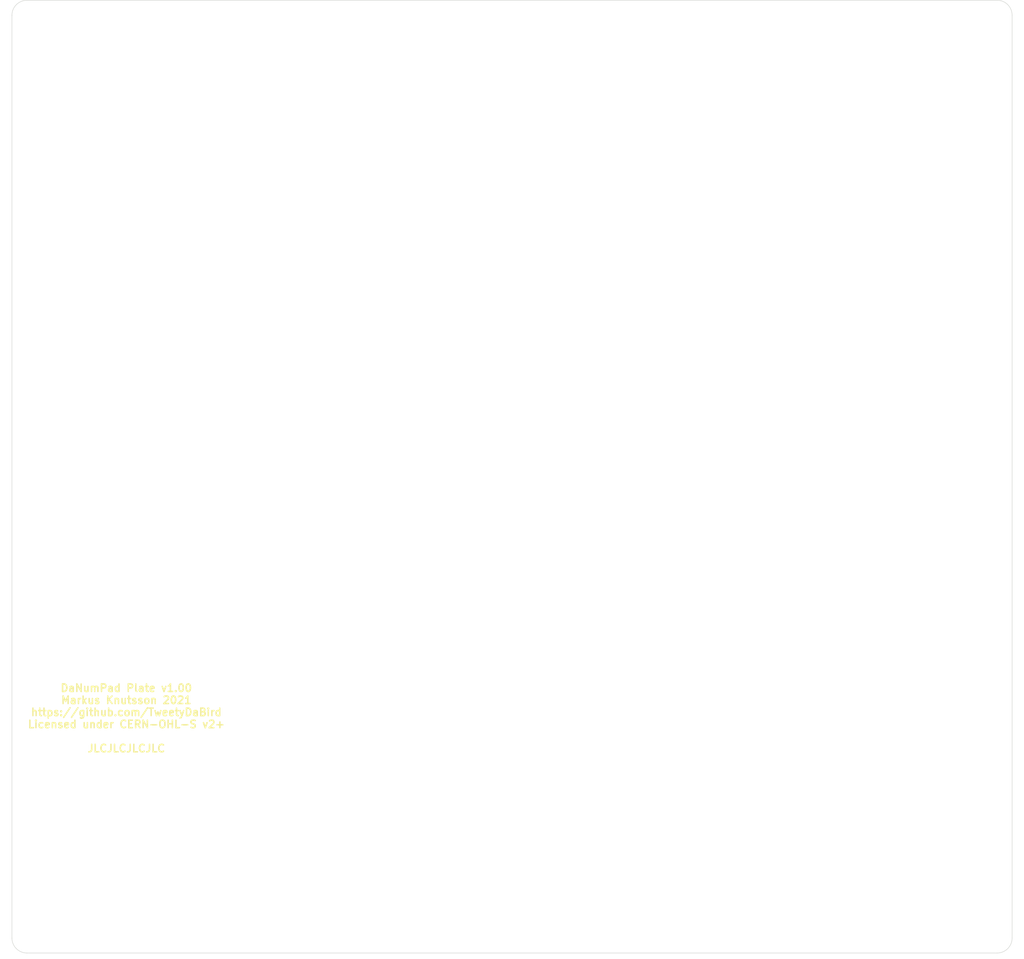
<source format=kicad_pcb>
(kicad_pcb (version 20171130) (host pcbnew "(5.1.9)-1")

  (general
    (thickness 1.6)
    (drawings 9)
    (tracks 0)
    (zones 0)
    (modules 4)
    (nets 1)
  )

  (page A4)
  (title_block
    (title "DaNumPad Plate")
    (date 2021-08-25)
    (rev v1.00)
    (company "Markus Knutsson <markus.knutsson@tweety.se>")
    (comment 1 https://github.com/TweetyDaBird)
    (comment 2 "Licensed under CERN-OHL-S v2 or superseding version")
  )

  (layers
    (0 F.Cu signal)
    (31 B.Cu signal)
    (32 B.Adhes user)
    (33 F.Adhes user)
    (34 B.Paste user)
    (35 F.Paste user)
    (36 B.SilkS user)
    (37 F.SilkS user)
    (38 B.Mask user)
    (39 F.Mask user)
    (40 Dwgs.User user)
    (41 Cmts.User user)
    (42 Eco1.User user)
    (43 Eco2.User user)
    (44 Edge.Cuts user)
    (45 Margin user)
    (46 B.CrtYd user)
    (47 F.CrtYd user)
    (48 B.Fab user)
    (49 F.Fab user)
  )

  (setup
    (last_trace_width 0.25)
    (trace_clearance 0.2)
    (zone_clearance 0.508)
    (zone_45_only no)
    (trace_min 0.2)
    (via_size 0.8)
    (via_drill 0.4)
    (via_min_size 0.4)
    (via_min_drill 0.3)
    (uvia_size 0.3)
    (uvia_drill 0.1)
    (uvias_allowed no)
    (uvia_min_size 0.2)
    (uvia_min_drill 0.1)
    (edge_width 0.05)
    (segment_width 0.2)
    (pcb_text_width 0.3)
    (pcb_text_size 1.5 1.5)
    (mod_edge_width 0.12)
    (mod_text_size 0.75 0.75)
    (mod_text_width 0.15)
    (pad_size 1.524 1.524)
    (pad_drill 0.762)
    (pad_to_mask_clearance 0)
    (aux_axis_origin 0 0)
    (visible_elements 7FFFFFFF)
    (pcbplotparams
      (layerselection 0x010fc_ffffffff)
      (usegerberextensions false)
      (usegerberattributes true)
      (usegerberadvancedattributes true)
      (creategerberjobfile true)
      (excludeedgelayer true)
      (linewidth 0.100000)
      (plotframeref false)
      (viasonmask false)
      (mode 1)
      (useauxorigin false)
      (hpglpennumber 1)
      (hpglpenspeed 20)
      (hpglpendiameter 15.000000)
      (psnegative false)
      (psa4output false)
      (plotreference true)
      (plotvalue true)
      (plotinvisibletext false)
      (padsonsilk false)
      (subtractmaskfromsilk false)
      (outputformat 1)
      (mirror false)
      (drillshape 0)
      (scaleselection 1)
      (outputdirectory "gerber/"))
  )

  (net 0 "")

  (net_class Default "This is the default net class."
    (clearance 0.2)
    (trace_width 0.25)
    (via_dia 0.8)
    (via_drill 0.4)
    (uvia_dia 0.3)
    (uvia_drill 0.1)
  )

  (net_class PWR ""
    (clearance 0.2)
    (trace_width 0.45)
    (via_dia 1)
    (via_drill 0.4)
    (uvia_dia 0.3)
    (uvia_drill 0.1)
  )

  (module MountingHole:MountingHole_2.7mm_M2.5 (layer F.Cu) (tedit 56D1B4CB) (tstamp 611F535E)
    (at 133.45 131.03)
    (descr "Mounting Hole 2.7mm, no annular, M2.5")
    (tags "mounting hole 2.7mm no annular m2.5")
    (path /616C986D)
    (attr virtual)
    (fp_text reference H4 (at 0 -3.7) (layer F.SilkS) hide
      (effects (font (size 1 1) (thickness 0.15)))
    )
    (fp_text value MountingHole (at 0 3.7) (layer F.Fab)
      (effects (font (size 1 1) (thickness 0.15)))
    )
    (fp_circle (center 0 0) (end 2.7 0) (layer Cmts.User) (width 0.15))
    (fp_circle (center 0 0) (end 2.95 0) (layer F.CrtYd) (width 0.05))
    (fp_text user %R (at 0.3 0) (layer F.Fab)
      (effects (font (size 1 1) (thickness 0.15)))
    )
    (pad 1 np_thru_hole circle (at 0 0) (size 2.7 2.7) (drill 2.7) (layers *.Cu *.Mask))
  )

  (module MountingHole:MountingHole_2.7mm_M2.5 (layer F.Cu) (tedit 56D1B4CB) (tstamp 611F5356)
    (at 41.35 131.03)
    (descr "Mounting Hole 2.7mm, no annular, M2.5")
    (tags "mounting hole 2.7mm no annular m2.5")
    (path /616C9346)
    (attr virtual)
    (fp_text reference H3 (at 0 -3.7) (layer F.SilkS) hide
      (effects (font (size 1 1) (thickness 0.15)))
    )
    (fp_text value MountingHole (at 0 3.7) (layer F.Fab)
      (effects (font (size 1 1) (thickness 0.15)))
    )
    (fp_circle (center 0 0) (end 2.7 0) (layer Cmts.User) (width 0.15))
    (fp_circle (center 0 0) (end 2.95 0) (layer F.CrtYd) (width 0.05))
    (fp_text user %R (at 0.3 0) (layer F.Fab)
      (effects (font (size 1 1) (thickness 0.15)))
    )
    (pad 1 np_thru_hole circle (at 0 0) (size 2.7 2.7) (drill 2.7) (layers *.Cu *.Mask))
  )

  (module MountingHole:MountingHole_2.7mm_M2.5 (layer F.Cu) (tedit 56D1B4CB) (tstamp 611F534E)
    (at 133.45 43.67)
    (descr "Mounting Hole 2.7mm, no annular, M2.5")
    (tags "mounting hole 2.7mm no annular m2.5")
    (path /616C8A78)
    (attr virtual)
    (fp_text reference H2 (at 0 -3.7) (layer F.SilkS) hide
      (effects (font (size 1 1) (thickness 0.15)))
    )
    (fp_text value MountingHole (at 0 3.7) (layer F.Fab)
      (effects (font (size 1 1) (thickness 0.15)))
    )
    (fp_circle (center 0 0) (end 2.7 0) (layer Cmts.User) (width 0.15))
    (fp_circle (center 0 0) (end 2.95 0) (layer F.CrtYd) (width 0.05))
    (fp_text user %R (at 0.3 0) (layer F.Fab)
      (effects (font (size 1 1) (thickness 0.15)))
    )
    (pad 1 np_thru_hole circle (at 0 0) (size 2.7 2.7) (drill 2.7) (layers *.Cu *.Mask))
  )

  (module MountingHole:MountingHole_2.7mm_M2.5 (layer F.Cu) (tedit 56D1B4CB) (tstamp 611F5346)
    (at 41.35 43.67)
    (descr "Mounting Hole 2.7mm, no annular, M2.5")
    (tags "mounting hole 2.7mm no annular m2.5")
    (path /616C769B)
    (attr virtual)
    (fp_text reference H1 (at 0 -3.7) (layer F.SilkS) hide
      (effects (font (size 1 1) (thickness 0.15)))
    )
    (fp_text value MountingHole (at 0 3.7) (layer F.Fab)
      (effects (font (size 1 1) (thickness 0.15)))
    )
    (fp_circle (center 0 0) (end 2.7 0) (layer Cmts.User) (width 0.15))
    (fp_circle (center 0 0) (end 2.95 0) (layer F.CrtYd) (width 0.05))
    (fp_text user %R (at 0.3 0) (layer F.Fab)
      (effects (font (size 1 1) (thickness 0.15)))
    )
    (pad 1 np_thru_hole circle (at 0 0) (size 2.7 2.7) (drill 2.7) (layers *.Cu *.Mask))
  )

  (gr_text "DaNumPad Plate v1.00\nMarkus Knutsson 2021\nhttps://github.com/TweetyDaBird\nLicensed under CERN-OHL-S v2+\n\nJLCJLCJLCJLC" (at 48.8315 111.506) (layer F.SilkS)
    (effects (font (size 0.75 0.75) (thickness 0.15)))
  )
  (gr_arc (start 38.895126 133.48042) (end 37.395546 133.485294) (angle -90) (layer Edge.Cuts) (width 0.05) (tstamp 61221932))
  (gr_arc (start 38.894874 41.21958) (end 38.89 39.72) (angle -90) (layer Edge.Cuts) (width 0.05) (tstamp 61221932))
  (gr_line (start 37.395546 133.485294) (end 37.395294 41.224454) (layer Edge.Cuts) (width 0.05))
  (gr_arc (start 135.90042 41.214874) (end 137.4 41.21) (angle -90) (layer Edge.Cuts) (width 0.05) (tstamp 61221932))
  (gr_arc (start 135.90042 133.48042) (end 135.905294 134.98) (angle -90) (layer Edge.Cuts) (width 0.05) (tstamp 612218F7))
  (gr_line (start 135.895546 39.715294) (end 38.89 39.72) (layer Edge.Cuts) (width 0.05))
  (gr_line (start 135.905294 134.98) (end 38.9 134.98) (layer Edge.Cuts) (width 0.05) (tstamp 6120AED8))
  (gr_line (start 137.4 41.21) (end 137.4 133.475546) (layer Edge.Cuts) (width 0.05))

)

</source>
